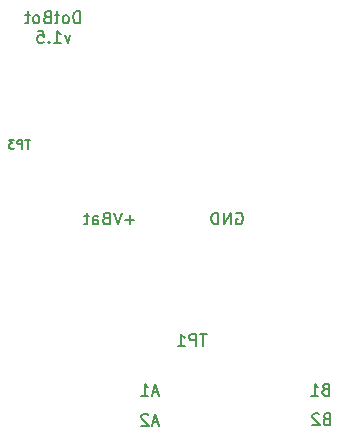
<source format=gbr>
%TF.GenerationSoftware,KiCad,Pcbnew,(5.1.6)-1*%
%TF.CreationDate,2021-06-21T18:56:37+02:00*%
%TF.ProjectId,DotBot,446f7442-6f74-42e6-9b69-6361645f7063,rev?*%
%TF.SameCoordinates,Original*%
%TF.FileFunction,Legend,Bot*%
%TF.FilePolarity,Positive*%
%FSLAX46Y46*%
G04 Gerber Fmt 4.6, Leading zero omitted, Abs format (unit mm)*
G04 Created by KiCad (PCBNEW (5.1.6)-1) date 2021-06-21 18:56:37*
%MOMM*%
%LPD*%
G01*
G04 APERTURE LIST*
%ADD10C,0.150000*%
G04 APERTURE END LIST*
D10*
X82138095Y-45727380D02*
X82138095Y-44727380D01*
X81900000Y-44727380D01*
X81757142Y-44775000D01*
X81661904Y-44870238D01*
X81614285Y-44965476D01*
X81566666Y-45155952D01*
X81566666Y-45298809D01*
X81614285Y-45489285D01*
X81661904Y-45584523D01*
X81757142Y-45679761D01*
X81900000Y-45727380D01*
X82138095Y-45727380D01*
X80995238Y-45727380D02*
X81090476Y-45679761D01*
X81138095Y-45632142D01*
X81185714Y-45536904D01*
X81185714Y-45251190D01*
X81138095Y-45155952D01*
X81090476Y-45108333D01*
X80995238Y-45060714D01*
X80852380Y-45060714D01*
X80757142Y-45108333D01*
X80709523Y-45155952D01*
X80661904Y-45251190D01*
X80661904Y-45536904D01*
X80709523Y-45632142D01*
X80757142Y-45679761D01*
X80852380Y-45727380D01*
X80995238Y-45727380D01*
X80376190Y-45060714D02*
X79995238Y-45060714D01*
X80233333Y-44727380D02*
X80233333Y-45584523D01*
X80185714Y-45679761D01*
X80090476Y-45727380D01*
X79995238Y-45727380D01*
X79328571Y-45203571D02*
X79185714Y-45251190D01*
X79138095Y-45298809D01*
X79090476Y-45394047D01*
X79090476Y-45536904D01*
X79138095Y-45632142D01*
X79185714Y-45679761D01*
X79280952Y-45727380D01*
X79661904Y-45727380D01*
X79661904Y-44727380D01*
X79328571Y-44727380D01*
X79233333Y-44775000D01*
X79185714Y-44822619D01*
X79138095Y-44917857D01*
X79138095Y-45013095D01*
X79185714Y-45108333D01*
X79233333Y-45155952D01*
X79328571Y-45203571D01*
X79661904Y-45203571D01*
X78519047Y-45727380D02*
X78614285Y-45679761D01*
X78661904Y-45632142D01*
X78709523Y-45536904D01*
X78709523Y-45251190D01*
X78661904Y-45155952D01*
X78614285Y-45108333D01*
X78519047Y-45060714D01*
X78376190Y-45060714D01*
X78280952Y-45108333D01*
X78233333Y-45155952D01*
X78185714Y-45251190D01*
X78185714Y-45536904D01*
X78233333Y-45632142D01*
X78280952Y-45679761D01*
X78376190Y-45727380D01*
X78519047Y-45727380D01*
X77900000Y-45060714D02*
X77519047Y-45060714D01*
X77757142Y-44727380D02*
X77757142Y-45584523D01*
X77709523Y-45679761D01*
X77614285Y-45727380D01*
X77519047Y-45727380D01*
X81328571Y-46710714D02*
X81090476Y-47377380D01*
X80852380Y-46710714D01*
X79947619Y-47377380D02*
X80519047Y-47377380D01*
X80233333Y-47377380D02*
X80233333Y-46377380D01*
X80328571Y-46520238D01*
X80423809Y-46615476D01*
X80519047Y-46663095D01*
X79519047Y-47282142D02*
X79471428Y-47329761D01*
X79519047Y-47377380D01*
X79566666Y-47329761D01*
X79519047Y-47282142D01*
X79519047Y-47377380D01*
X78566666Y-46377380D02*
X79042857Y-46377380D01*
X79090476Y-46853571D01*
X79042857Y-46805952D01*
X78947619Y-46758333D01*
X78709523Y-46758333D01*
X78614285Y-46805952D01*
X78566666Y-46853571D01*
X78519047Y-46948809D01*
X78519047Y-47186904D01*
X78566666Y-47282142D01*
X78614285Y-47329761D01*
X78709523Y-47377380D01*
X78947619Y-47377380D01*
X79042857Y-47329761D01*
X79090476Y-47282142D01*
X102904761Y-76728571D02*
X102761904Y-76776190D01*
X102714285Y-76823809D01*
X102666666Y-76919047D01*
X102666666Y-77061904D01*
X102714285Y-77157142D01*
X102761904Y-77204761D01*
X102857142Y-77252380D01*
X103238095Y-77252380D01*
X103238095Y-76252380D01*
X102904761Y-76252380D01*
X102809523Y-76300000D01*
X102761904Y-76347619D01*
X102714285Y-76442857D01*
X102714285Y-76538095D01*
X102761904Y-76633333D01*
X102809523Y-76680952D01*
X102904761Y-76728571D01*
X103238095Y-76728571D01*
X101714285Y-77252380D02*
X102285714Y-77252380D01*
X102000000Y-77252380D02*
X102000000Y-76252380D01*
X102095238Y-76395238D01*
X102190476Y-76490476D01*
X102285714Y-76538095D01*
X103004761Y-79228571D02*
X102861904Y-79276190D01*
X102814285Y-79323809D01*
X102766666Y-79419047D01*
X102766666Y-79561904D01*
X102814285Y-79657142D01*
X102861904Y-79704761D01*
X102957142Y-79752380D01*
X103338095Y-79752380D01*
X103338095Y-78752380D01*
X103004761Y-78752380D01*
X102909523Y-78800000D01*
X102861904Y-78847619D01*
X102814285Y-78942857D01*
X102814285Y-79038095D01*
X102861904Y-79133333D01*
X102909523Y-79180952D01*
X103004761Y-79228571D01*
X103338095Y-79228571D01*
X102385714Y-78847619D02*
X102338095Y-78800000D01*
X102242857Y-78752380D01*
X102004761Y-78752380D01*
X101909523Y-78800000D01*
X101861904Y-78847619D01*
X101814285Y-78942857D01*
X101814285Y-79038095D01*
X101861904Y-79180952D01*
X102433333Y-79752380D01*
X101814285Y-79752380D01*
X88764285Y-76966666D02*
X88288095Y-76966666D01*
X88859523Y-77252380D02*
X88526190Y-76252380D01*
X88192857Y-77252380D01*
X87335714Y-77252380D02*
X87907142Y-77252380D01*
X87621428Y-77252380D02*
X87621428Y-76252380D01*
X87716666Y-76395238D01*
X87811904Y-76490476D01*
X87907142Y-76538095D01*
X88764285Y-79516666D02*
X88288095Y-79516666D01*
X88859523Y-79802380D02*
X88526190Y-78802380D01*
X88192857Y-79802380D01*
X87907142Y-78897619D02*
X87859523Y-78850000D01*
X87764285Y-78802380D01*
X87526190Y-78802380D01*
X87430952Y-78850000D01*
X87383333Y-78897619D01*
X87335714Y-78992857D01*
X87335714Y-79088095D01*
X87383333Y-79230952D01*
X87954761Y-79802380D01*
X87335714Y-79802380D01*
X86747619Y-62371428D02*
X85985714Y-62371428D01*
X86366666Y-62752380D02*
X86366666Y-61990476D01*
X85652380Y-61752380D02*
X85319047Y-62752380D01*
X84985714Y-61752380D01*
X84319047Y-62228571D02*
X84176190Y-62276190D01*
X84128571Y-62323809D01*
X84080952Y-62419047D01*
X84080952Y-62561904D01*
X84128571Y-62657142D01*
X84176190Y-62704761D01*
X84271428Y-62752380D01*
X84652380Y-62752380D01*
X84652380Y-61752380D01*
X84319047Y-61752380D01*
X84223809Y-61800000D01*
X84176190Y-61847619D01*
X84128571Y-61942857D01*
X84128571Y-62038095D01*
X84176190Y-62133333D01*
X84223809Y-62180952D01*
X84319047Y-62228571D01*
X84652380Y-62228571D01*
X83223809Y-62752380D02*
X83223809Y-62228571D01*
X83271428Y-62133333D01*
X83366666Y-62085714D01*
X83557142Y-62085714D01*
X83652380Y-62133333D01*
X83223809Y-62704761D02*
X83319047Y-62752380D01*
X83557142Y-62752380D01*
X83652380Y-62704761D01*
X83700000Y-62609523D01*
X83700000Y-62514285D01*
X83652380Y-62419047D01*
X83557142Y-62371428D01*
X83319047Y-62371428D01*
X83223809Y-62323809D01*
X82890476Y-62085714D02*
X82509523Y-62085714D01*
X82747619Y-61752380D02*
X82747619Y-62609523D01*
X82700000Y-62704761D01*
X82604761Y-62752380D01*
X82509523Y-62752380D01*
X95361904Y-61800000D02*
X95457142Y-61752380D01*
X95600000Y-61752380D01*
X95742857Y-61800000D01*
X95838095Y-61895238D01*
X95885714Y-61990476D01*
X95933333Y-62180952D01*
X95933333Y-62323809D01*
X95885714Y-62514285D01*
X95838095Y-62609523D01*
X95742857Y-62704761D01*
X95600000Y-62752380D01*
X95504761Y-62752380D01*
X95361904Y-62704761D01*
X95314285Y-62657142D01*
X95314285Y-62323809D01*
X95504761Y-62323809D01*
X94885714Y-62752380D02*
X94885714Y-61752380D01*
X94314285Y-62752380D01*
X94314285Y-61752380D01*
X93838095Y-62752380D02*
X93838095Y-61752380D01*
X93600000Y-61752380D01*
X93457142Y-61800000D01*
X93361904Y-61895238D01*
X93314285Y-61990476D01*
X93266666Y-62180952D01*
X93266666Y-62323809D01*
X93314285Y-62514285D01*
X93361904Y-62609523D01*
X93457142Y-62704761D01*
X93600000Y-62752380D01*
X93838095Y-62752380D01*
%TO.C,TP3*%
X77946428Y-55589285D02*
X77517857Y-55589285D01*
X77732142Y-56339285D02*
X77732142Y-55589285D01*
X77267857Y-56339285D02*
X77267857Y-55589285D01*
X76982142Y-55589285D01*
X76910714Y-55625000D01*
X76875000Y-55660714D01*
X76839285Y-55732142D01*
X76839285Y-55839285D01*
X76875000Y-55910714D01*
X76910714Y-55946428D01*
X76982142Y-55982142D01*
X77267857Y-55982142D01*
X76589285Y-55589285D02*
X76125000Y-55589285D01*
X76375000Y-55875000D01*
X76267857Y-55875000D01*
X76196428Y-55910714D01*
X76160714Y-55946428D01*
X76125000Y-56017857D01*
X76125000Y-56196428D01*
X76160714Y-56267857D01*
X76196428Y-56303571D01*
X76267857Y-56339285D01*
X76482142Y-56339285D01*
X76553571Y-56303571D01*
X76589285Y-56267857D01*
%TO.C,TP1*%
X92861904Y-72052380D02*
X92290476Y-72052380D01*
X92576190Y-73052380D02*
X92576190Y-72052380D01*
X91957142Y-73052380D02*
X91957142Y-72052380D01*
X91576190Y-72052380D01*
X91480952Y-72100000D01*
X91433333Y-72147619D01*
X91385714Y-72242857D01*
X91385714Y-72385714D01*
X91433333Y-72480952D01*
X91480952Y-72528571D01*
X91576190Y-72576190D01*
X91957142Y-72576190D01*
X90433333Y-73052380D02*
X91004761Y-73052380D01*
X90719047Y-73052380D02*
X90719047Y-72052380D01*
X90814285Y-72195238D01*
X90909523Y-72290476D01*
X91004761Y-72338095D01*
%TD*%
M02*

</source>
